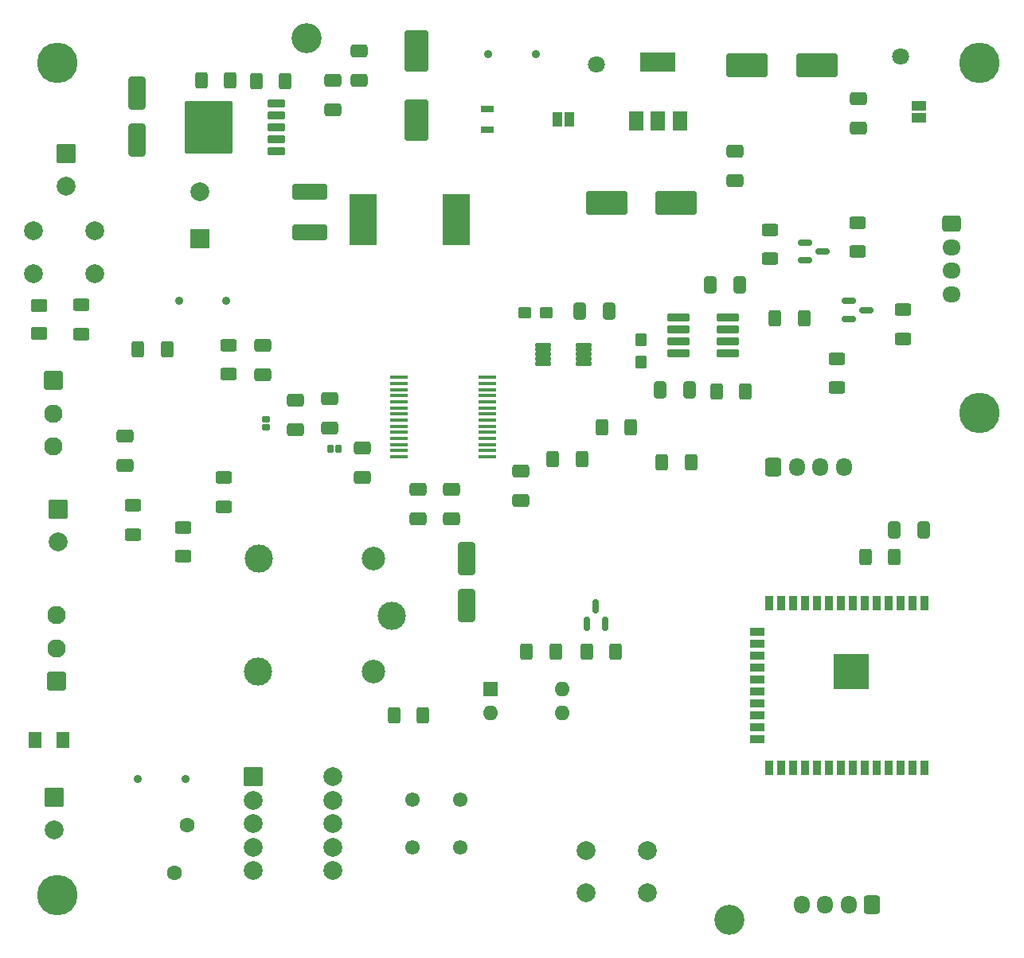
<source format=gbr>
%TF.GenerationSoftware,KiCad,Pcbnew,7.0.6*%
%TF.CreationDate,2024-08-06T23:51:49+05:30*%
%TF.ProjectId,Icon_Power_Load_V2,49636f6e-5f50-46f7-9765-725f4c6f6164,rev?*%
%TF.SameCoordinates,Original*%
%TF.FileFunction,Soldermask,Top*%
%TF.FilePolarity,Negative*%
%FSLAX46Y46*%
G04 Gerber Fmt 4.6, Leading zero omitted, Abs format (unit mm)*
G04 Created by KiCad (PCBNEW 7.0.6) date 2024-08-06 23:51:49*
%MOMM*%
%LPD*%
G01*
G04 APERTURE LIST*
G04 Aperture macros list*
%AMRoundRect*
0 Rectangle with rounded corners*
0 $1 Rounding radius*
0 $2 $3 $4 $5 $6 $7 $8 $9 X,Y pos of 4 corners*
0 Add a 4 corners polygon primitive as box body*
4,1,4,$2,$3,$4,$5,$6,$7,$8,$9,$2,$3,0*
0 Add four circle primitives for the rounded corners*
1,1,$1+$1,$2,$3*
1,1,$1+$1,$4,$5*
1,1,$1+$1,$6,$7*
1,1,$1+$1,$8,$9*
0 Add four rect primitives between the rounded corners*
20,1,$1+$1,$2,$3,$4,$5,0*
20,1,$1+$1,$4,$5,$6,$7,0*
20,1,$1+$1,$6,$7,$8,$9,0*
20,1,$1+$1,$8,$9,$2,$3,0*%
G04 Aperture macros list end*
%ADD10RoundRect,0.250000X-0.412500X-0.650000X0.412500X-0.650000X0.412500X0.650000X-0.412500X0.650000X0*%
%ADD11RoundRect,0.250000X-0.650000X0.412500X-0.650000X-0.412500X0.650000X-0.412500X0.650000X0.412500X0*%
%ADD12RoundRect,0.250000X0.650000X-1.500000X0.650000X1.500000X-0.650000X1.500000X-0.650000X-1.500000X0*%
%ADD13RoundRect,0.250000X0.625000X-0.400000X0.625000X0.400000X-0.625000X0.400000X-0.625000X-0.400000X0*%
%ADD14C,1.800000*%
%ADD15RoundRect,0.250000X-0.400000X-0.625000X0.400000X-0.625000X0.400000X0.625000X-0.400000X0.625000X0*%
%ADD16C,4.300000*%
%ADD17C,1.600000*%
%ADD18RoundRect,0.250001X0.462499X0.624999X-0.462499X0.624999X-0.462499X-0.624999X0.462499X-0.624999X0*%
%ADD19RoundRect,0.150000X-0.587500X-0.150000X0.587500X-0.150000X0.587500X0.150000X-0.587500X0.150000X0*%
%ADD20RoundRect,0.102000X-1.104900X0.304800X-1.104900X-0.304800X1.104900X-0.304800X1.104900X0.304800X0*%
%ADD21R,1.000000X1.500000*%
%ADD22RoundRect,0.250000X0.400000X0.625000X-0.400000X0.625000X-0.400000X-0.625000X0.400000X-0.625000X0*%
%ADD23R,1.600000X1.600000*%
%ADD24O,1.600000X1.600000*%
%ADD25RoundRect,0.250001X0.624999X-0.462499X0.624999X0.462499X-0.624999X0.462499X-0.624999X-0.462499X0*%
%ADD26RoundRect,0.250000X0.650000X-0.412500X0.650000X0.412500X-0.650000X0.412500X-0.650000X-0.412500X0*%
%ADD27RoundRect,0.250000X-0.625000X0.400000X-0.625000X-0.400000X0.625000X-0.400000X0.625000X0.400000X0*%
%ADD28RoundRect,0.102000X0.575000X0.500000X-0.575000X0.500000X-0.575000X-0.500000X0.575000X-0.500000X0*%
%ADD29RoundRect,0.250000X-1.625000X0.587500X-1.625000X-0.587500X1.625000X-0.587500X1.625000X0.587500X0*%
%ADD30C,2.000000*%
%ADD31RoundRect,0.250000X1.950000X1.000000X-1.950000X1.000000X-1.950000X-1.000000X1.950000X-1.000000X0*%
%ADD32RoundRect,0.102000X-0.500000X0.575000X-0.500000X-0.575000X0.500000X-0.575000X0.500000X0.575000X0*%
%ADD33RoundRect,0.137000X-0.700000X-0.105000X0.700000X-0.105000X0.700000X0.105000X-0.700000X0.105000X0*%
%ADD34C,1.550000*%
%ADD35R,0.900000X1.500000*%
%ADD36R,1.500000X0.900000*%
%ADD37R,3.800000X3.800000*%
%ADD38RoundRect,0.250000X-0.725000X0.600000X-0.725000X-0.600000X0.725000X-0.600000X0.725000X0.600000X0*%
%ADD39O,1.950000X1.700000*%
%ADD40R,2.900000X5.400000*%
%ADD41C,0.911000*%
%ADD42RoundRect,0.150000X0.150000X-0.587500X0.150000X0.587500X-0.150000X0.587500X-0.150000X-0.587500X0*%
%ADD43RoundRect,0.102000X-0.875000X0.875000X-0.875000X-0.875000X0.875000X-0.875000X0.875000X0.875000X0*%
%ADD44C,1.954000*%
%ADD45R,2.000000X2.000000*%
%ADD46RoundRect,0.102000X0.800000X0.325000X-0.800000X0.325000X-0.800000X-0.325000X0.800000X-0.325000X0*%
%ADD47RoundRect,0.102000X-2.420000X-2.710000X2.420000X-2.710000X2.420000X2.710000X-2.420000X2.710000X0*%
%ADD48R,1.500000X2.000000*%
%ADD49R,3.800000X2.000000*%
%ADD50RoundRect,0.250000X0.412500X0.650000X-0.412500X0.650000X-0.412500X-0.650000X0.412500X-0.650000X0*%
%ADD51RoundRect,0.102000X-0.900000X-0.900000X0.900000X-0.900000X0.900000X0.900000X-0.900000X0.900000X0*%
%ADD52C,2.004000*%
%ADD53R,1.450000X0.750000*%
%ADD54RoundRect,0.250000X0.600000X0.725000X-0.600000X0.725000X-0.600000X-0.725000X0.600000X-0.725000X0*%
%ADD55O,1.700000X1.950000*%
%ADD56RoundRect,0.250000X-0.600000X-0.725000X0.600000X-0.725000X0.600000X0.725000X-0.600000X0.725000X0*%
%ADD57R,1.900000X0.450000*%
%ADD58C,3.000000*%
%ADD59C,2.500000*%
%ADD60RoundRect,0.102000X-0.900000X0.900000X-0.900000X-0.900000X0.900000X-0.900000X0.900000X0.900000X0*%
%ADD61C,3.200000*%
%ADD62RoundRect,0.250000X1.000000X-1.950000X1.000000X1.950000X-1.000000X1.950000X-1.000000X-1.950000X0*%
%ADD63RoundRect,0.102000X0.300000X-0.270000X0.300000X0.270000X-0.300000X0.270000X-0.300000X-0.270000X0*%
%ADD64RoundRect,0.102000X-0.270000X-0.300000X0.270000X-0.300000X0.270000X0.300000X-0.270000X0.300000X0*%
%ADD65R,1.500000X1.000000*%
%ADD66RoundRect,0.102000X0.875000X-0.875000X0.875000X0.875000X-0.875000X0.875000X-0.875000X-0.875000X0*%
%ADD67RoundRect,0.250000X-1.950000X-1.000000X1.950000X-1.000000X1.950000X1.000000X-1.950000X1.000000X0*%
G04 APERTURE END LIST*
D10*
%TO.C,C10*%
X153479100Y-83921600D03*
X156604100Y-83921600D03*
%TD*%
D11*
%TO.C,C9*%
X169976800Y-66941300D03*
X169976800Y-70066300D03*
%TD*%
D12*
%TO.C,D1*%
X106426000Y-65746000D03*
X106426000Y-60746000D03*
%TD*%
D13*
%TO.C,R4*%
X116103400Y-90653200D03*
X116103400Y-87553200D03*
%TD*%
D14*
%TO.C,TP_3v3*%
X187624000Y-56810000D03*
%TD*%
D15*
%TO.C,R24*%
X150596000Y-99669600D03*
X153696000Y-99669600D03*
%TD*%
D16*
%TO.C,H5*%
X195964000Y-57530000D03*
%TD*%
D17*
%TO.C,Varistor*%
X110389000Y-143680000D03*
X111689000Y-138680000D03*
%TD*%
D18*
%TO.C,D6*%
X98490100Y-129616200D03*
X95515100Y-129616200D03*
%TD*%
D15*
%TO.C,R7*%
X147802000Y-120142000D03*
X150902000Y-120142000D03*
%TD*%
D19*
%TO.C,Q2*%
X177449000Y-76647000D03*
X177449000Y-78547000D03*
X179324000Y-77597000D03*
%TD*%
D20*
%TO.C,U8*%
X164007800Y-84582000D03*
X164007800Y-85852000D03*
X164007800Y-87122000D03*
X164007800Y-88392000D03*
X169240200Y-88392000D03*
X169240200Y-87122000D03*
X169240200Y-85852000D03*
X169240200Y-84582000D03*
%TD*%
D21*
%TO.C,JP2_5v*%
X151064000Y-63530000D03*
X152364000Y-63530000D03*
%TD*%
D22*
%TO.C,R17*%
X171095000Y-92456000D03*
X167995000Y-92456000D03*
%TD*%
D23*
%TO.C,U6*%
X143951800Y-124201000D03*
D24*
X143951800Y-126741000D03*
X151571800Y-126741000D03*
X151571800Y-124201000D03*
%TD*%
D25*
%TO.C,D5*%
X95964000Y-86327500D03*
X95964000Y-83352500D03*
%TD*%
D26*
%TO.C,C3*%
X130048000Y-59423700D03*
X130048000Y-56298700D03*
%TD*%
D13*
%TO.C,R26*%
X111328200Y-110033400D03*
X111328200Y-106933400D03*
%TD*%
D27*
%TO.C,R27*%
X105943400Y-104622000D03*
X105943400Y-107722000D03*
%TD*%
D13*
%TO.C,R8*%
X173736000Y-78385000D03*
X173736000Y-75285000D03*
%TD*%
D28*
%TO.C,L2*%
X149942800Y-84124800D03*
X147592800Y-84124800D03*
%TD*%
D11*
%TO.C,C17*%
X147218400Y-101002700D03*
X147218400Y-104127700D03*
%TD*%
D26*
%TO.C,C18*%
X123234000Y-96542500D03*
X123234000Y-93417500D03*
%TD*%
D16*
%TO.C,H6*%
X195964000Y-94792800D03*
%TD*%
D29*
%TO.C,D2*%
X124790200Y-71218500D03*
X124790200Y-75593500D03*
%TD*%
D13*
%TO.C,R15*%
X182981600Y-77623000D03*
X182981600Y-74523000D03*
%TD*%
D30*
%TO.C,SW2*%
X154178000Y-141351000D03*
X160678000Y-141351000D03*
X154178000Y-145851000D03*
X160678000Y-145851000D03*
%TD*%
D16*
%TO.C,H3*%
X97964000Y-146130000D03*
%TD*%
D15*
%TO.C,R16*%
X174218000Y-84709000D03*
X177318000Y-84709000D03*
%TD*%
D22*
%TO.C,R6*%
X157302800Y-120142000D03*
X154202800Y-120142000D03*
%TD*%
D31*
%TO.C,C5*%
X163720000Y-72466200D03*
X156320000Y-72466200D03*
%TD*%
D32*
%TO.C,L3*%
X159969200Y-86988400D03*
X159969200Y-89338400D03*
%TD*%
D27*
%TO.C,R19*%
X187833000Y-83794000D03*
X187833000Y-86894000D03*
%TD*%
D33*
%TO.C,U5*%
X149564200Y-87544400D03*
X149564200Y-88044400D03*
X149564200Y-88544400D03*
X149564200Y-89044400D03*
X149564200Y-89544400D03*
X153864200Y-89544400D03*
X153864200Y-89044400D03*
X153864200Y-88544400D03*
X153864200Y-88044400D03*
X153864200Y-87544400D03*
%TD*%
D34*
%TO.C,D3*%
X140800000Y-141050000D03*
X140800000Y-135950000D03*
X135700000Y-135950000D03*
X135700000Y-141050000D03*
%TD*%
D35*
%TO.C,U1*%
X190089000Y-115048000D03*
X188819000Y-115048000D03*
X187549000Y-115048000D03*
X186279000Y-115048000D03*
X185009000Y-115048000D03*
X183739000Y-115048000D03*
X182469000Y-115048000D03*
X181199000Y-115048000D03*
X179929000Y-115048000D03*
X178659000Y-115048000D03*
X177389000Y-115048000D03*
X176119000Y-115048000D03*
X174849000Y-115048000D03*
X173579000Y-115048000D03*
D36*
X172329000Y-118088000D03*
X172329000Y-119358000D03*
X172329000Y-120628000D03*
X172329000Y-121898000D03*
X172329000Y-123168000D03*
X172329000Y-124438000D03*
X172329000Y-125708000D03*
X172329000Y-126978000D03*
X172329000Y-128248000D03*
X172329000Y-129518000D03*
D35*
X173579000Y-132548000D03*
X174849000Y-132548000D03*
X176119000Y-132548000D03*
X177389000Y-132548000D03*
X178659000Y-132548000D03*
X179929000Y-132548000D03*
X181199000Y-132548000D03*
X182469000Y-132548000D03*
X183739000Y-132548000D03*
X185009000Y-132548000D03*
X186279000Y-132548000D03*
X187549000Y-132548000D03*
X188819000Y-132548000D03*
X190089000Y-132548000D03*
D37*
X182369000Y-122298000D03*
%TD*%
D38*
%TO.C,J3*%
X192971300Y-74634400D03*
D39*
X192971300Y-77134400D03*
X192971300Y-79634400D03*
X192971300Y-82134400D03*
%TD*%
D40*
%TO.C,L1*%
X130457400Y-74244200D03*
X140357400Y-74244200D03*
%TD*%
D41*
%TO.C,F3*%
X106475000Y-133750000D03*
X111525000Y-133750000D03*
%TD*%
D22*
%TO.C,RESP1*%
X186944600Y-110083600D03*
X183844600Y-110083600D03*
%TD*%
D41*
%TO.C,F2*%
X143728200Y-56591200D03*
X148778200Y-56591200D03*
%TD*%
D42*
%TO.C,Q1*%
X154244000Y-117193300D03*
X156144000Y-117193300D03*
X155194000Y-115318300D03*
%TD*%
D26*
%TO.C,C15*%
X105156000Y-100393900D03*
X105156000Y-97268900D03*
%TD*%
D15*
%TO.C,R5*%
X133730400Y-126974600D03*
X136830400Y-126974600D03*
%TD*%
D43*
%TO.C,J5*%
X97534400Y-91326300D03*
D44*
X97534400Y-94826300D03*
X97534400Y-98326300D03*
%TD*%
D45*
%TO.C,C1*%
X113055400Y-76205477D03*
D30*
X113055400Y-71205477D03*
%TD*%
D46*
%TO.C,U2*%
X121178000Y-66924000D03*
X121178000Y-65654000D03*
X121183000Y-64384000D03*
X121183000Y-63114000D03*
X121183000Y-61844000D03*
D47*
X113998000Y-64389000D03*
%TD*%
D22*
%TO.C,R2*%
X116332600Y-59410600D03*
X113232600Y-59410600D03*
%TD*%
D13*
%TO.C,R18*%
X180848000Y-92101000D03*
X180848000Y-89001000D03*
%TD*%
D48*
%TO.C,U3*%
X159498000Y-63703600D03*
X161798000Y-63703600D03*
D49*
X161798000Y-57403600D03*
D48*
X164098000Y-63703600D03*
%TD*%
D15*
%TO.C,R23*%
X162214000Y-99990000D03*
X165314000Y-99990000D03*
%TD*%
D50*
%TO.C,C13*%
X170472500Y-81153000D03*
X167347500Y-81153000D03*
%TD*%
D26*
%TO.C,C14*%
X119735600Y-90741900D03*
X119735600Y-87616900D03*
%TD*%
D11*
%TO.C,C22*%
X130324000Y-98537500D03*
X130324000Y-101662500D03*
%TD*%
D13*
%TO.C,R25*%
X115646200Y-104775600D03*
X115646200Y-101675600D03*
%TD*%
D12*
%TO.C,D4*%
X141478000Y-115276000D03*
X141478000Y-110276000D03*
%TD*%
D51*
%TO.C,U4*%
X118740000Y-133500000D03*
D52*
X118740000Y-136000000D03*
X118740000Y-138500000D03*
X118740000Y-141000000D03*
X118740000Y-143500000D03*
X127250000Y-143500000D03*
X127250000Y-141000000D03*
X127250000Y-138500000D03*
X127250000Y-136000000D03*
X127250000Y-133500000D03*
%TD*%
D53*
%TO.C,RV1*%
X143662400Y-64625400D03*
X143662400Y-62425400D03*
%TD*%
D11*
%TO.C,C12*%
X139819400Y-102886100D03*
X139819400Y-106011100D03*
%TD*%
D19*
%TO.C,Q3*%
X182069500Y-82870000D03*
X182069500Y-84770000D03*
X183944500Y-83820000D03*
%TD*%
D54*
%TO.C,J1*%
X184581800Y-147116800D03*
D55*
X182081800Y-147116800D03*
X179581800Y-147116800D03*
X177081800Y-147116800D03*
%TD*%
D56*
%TO.C,J2*%
X174070000Y-100507800D03*
D55*
X176570000Y-100507800D03*
X179070000Y-100507800D03*
X181570000Y-100507800D03*
%TD*%
D16*
%TO.C,H4*%
X97964000Y-57530000D03*
%TD*%
D57*
%TO.C,IC1*%
X143663400Y-99449600D03*
X143663400Y-98799600D03*
X143663400Y-98149600D03*
X143663400Y-97499600D03*
X143663400Y-96849600D03*
X143663400Y-96199600D03*
X143663400Y-95549600D03*
X143663400Y-94899600D03*
X143663400Y-94249600D03*
X143663400Y-93599600D03*
X143663400Y-92949600D03*
X143663400Y-92299600D03*
X143663400Y-91649600D03*
X143663400Y-90999600D03*
X134263400Y-90999600D03*
X134263400Y-91649600D03*
X134263400Y-92299600D03*
X134263400Y-92949600D03*
X134263400Y-93599600D03*
X134263400Y-94249600D03*
X134263400Y-94899600D03*
X134263400Y-95549600D03*
X134263400Y-96199600D03*
X134263400Y-96849600D03*
X134263400Y-97499600D03*
X134263400Y-98149600D03*
X134263400Y-98799600D03*
X134263400Y-99449600D03*
%TD*%
D13*
%TO.C,R20*%
X100459800Y-86390000D03*
X100459800Y-83290000D03*
%TD*%
D58*
%TO.C,K1*%
X133468000Y-116332000D03*
D59*
X131518000Y-110282000D03*
D58*
X119318000Y-110282000D03*
X119268000Y-122332000D03*
D59*
X131518000Y-122282000D03*
%TD*%
D14*
%TO.C,TP_5v*%
X155239000Y-57705000D03*
%TD*%
D60*
%TO.C,J7*%
X97614000Y-135647500D03*
D52*
X97614000Y-139147500D03*
%TD*%
D60*
%TO.C,J8*%
X97993200Y-105008800D03*
D52*
X97993200Y-108508800D03*
%TD*%
D26*
%TO.C,C19*%
X126923800Y-96393000D03*
X126923800Y-93268000D03*
%TD*%
D30*
%TO.C,SW1*%
X101924000Y-79930000D03*
X95424000Y-79930000D03*
X101924000Y-75430000D03*
X95424000Y-75430000D03*
%TD*%
D10*
%TO.C,C16*%
X186880100Y-107238800D03*
X190005100Y-107238800D03*
%TD*%
D61*
%TO.C,H1*%
X124414000Y-54878000D03*
%TD*%
D41*
%TO.C,F1*%
X110849000Y-82840000D03*
X115899000Y-82840000D03*
%TD*%
D10*
%TO.C,C8*%
X162013500Y-92354400D03*
X165138500Y-92354400D03*
%TD*%
D62*
%TO.C,C2*%
X136093200Y-63618600D03*
X136093200Y-56218600D03*
%TD*%
D63*
%TO.C,FB1*%
X120124000Y-96302000D03*
X120124000Y-95438000D03*
%TD*%
D11*
%TO.C,C11*%
X136263400Y-102886100D03*
X136263400Y-106011100D03*
%TD*%
D22*
%TO.C,R1*%
X122174600Y-59436000D03*
X119074600Y-59436000D03*
%TD*%
D60*
%TO.C,J4*%
X98844000Y-67160000D03*
D52*
X98844000Y-70660000D03*
%TD*%
D64*
%TO.C,FB2*%
X126932000Y-98610000D03*
X127796000Y-98610000D03*
%TD*%
D15*
%TO.C,R3*%
X106474000Y-88030000D03*
X109574000Y-88030000D03*
%TD*%
D61*
%TO.C,H2*%
X169414000Y-148751000D03*
%TD*%
D65*
%TO.C,JP_3v3*%
X189539000Y-62105000D03*
X189539000Y-63405000D03*
%TD*%
D66*
%TO.C,J6*%
X97866200Y-123317000D03*
D44*
X97866200Y-119817000D03*
X97866200Y-116317000D03*
%TD*%
D11*
%TO.C,C6*%
X127203200Y-59422900D03*
X127203200Y-62547900D03*
%TD*%
%TO.C,C4*%
X183108600Y-61353300D03*
X183108600Y-64478300D03*
%TD*%
D15*
%TO.C,R22*%
X155803000Y-96316800D03*
X158903000Y-96316800D03*
%TD*%
D67*
%TO.C,C7*%
X171280600Y-57785000D03*
X178680600Y-57785000D03*
%TD*%
M02*

</source>
